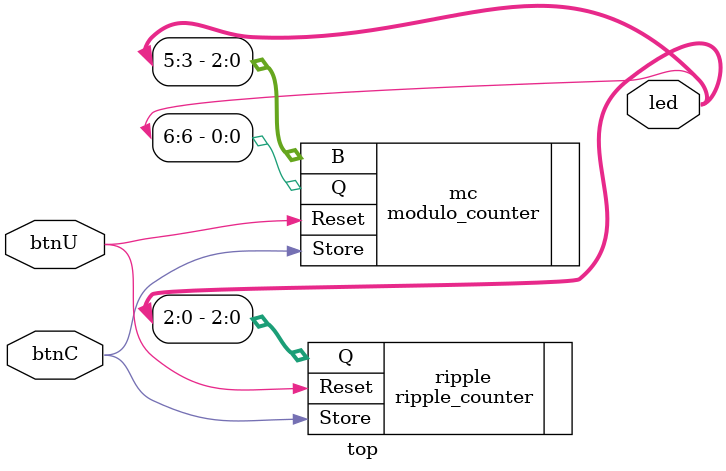
<source format=v>
module top(
    input btnC, btnU,
    output [6:0] led
);

    ripple_counter ripple(
        .Reset(btnU),  // you need to add the reset signal somewher
        .Store(btnC),
        .Q(led[2:0])
    );
    
    modulo_counter mc(
        .Store(btnC),
        .Reset(btnU),
        .B(led[5:3]),
        .Q(led[6])
    );
   
endmodule

</source>
